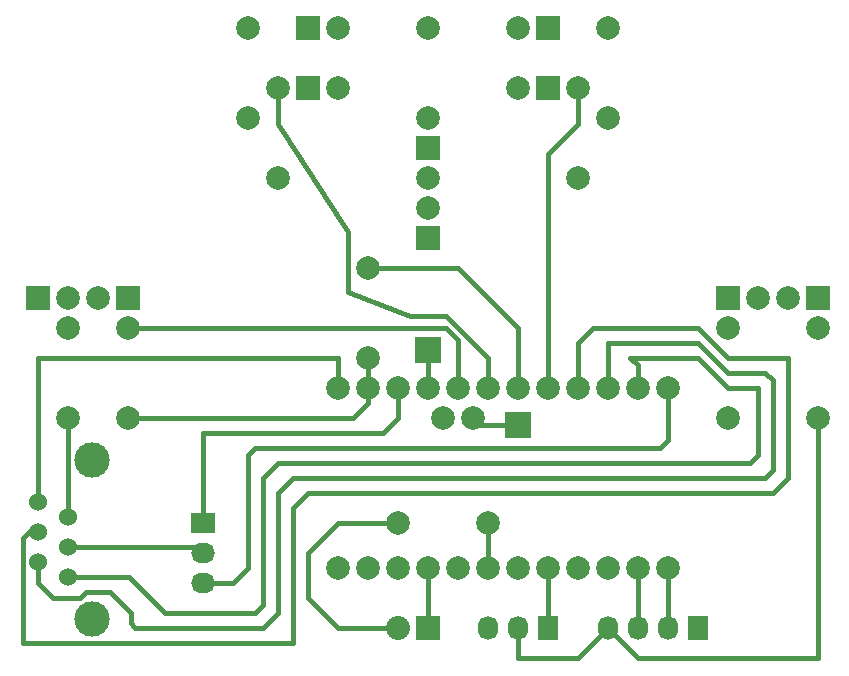
<source format=gbr>
G04 #@! TF.FileFunction,Copper,L1,Top,Signal*
%FSLAX46Y46*%
G04 Gerber Fmt 4.6, Leading zero omitted, Abs format (unit mm)*
G04 Created by KiCad (PCBNEW 4.0.2+dfsg1-stable) date Пят 24 Чэр 2016 17:08:27*
%MOMM*%
G01*
G04 APERTURE LIST*
%ADD10C,0.100000*%
%ADD11R,2.000000X2.000000*%
%ADD12C,2.000000*%
%ADD13C,1.524000*%
%ADD14C,2.999740*%
%ADD15R,2.032000X2.032000*%
%ADD16O,2.032000X2.032000*%
%ADD17R,1.727200X2.032000*%
%ADD18O,1.727200X2.032000*%
%ADD19C,1.998980*%
%ADD20R,2.032000X1.727200*%
%ADD21O,2.032000X1.727200*%
%ADD22R,2.235200X2.235200*%
%ADD23C,0.400000*%
G04 APERTURE END LIST*
D10*
D11*
X157480000Y-106680000D03*
D12*
X154940000Y-106680000D03*
D11*
X157480000Y-111760000D03*
D12*
X154940000Y-111760000D03*
D11*
X137160000Y-106680000D03*
D12*
X139700000Y-106680000D03*
D11*
X137160000Y-111760000D03*
D12*
X139700000Y-111760000D03*
D11*
X147320000Y-116840000D03*
D12*
X147320000Y-119380000D03*
D11*
X147320000Y-124460000D03*
D12*
X147320000Y-121920000D03*
D11*
X114300000Y-129540000D03*
D12*
X116840000Y-129540000D03*
D11*
X121920000Y-129540000D03*
D12*
X119380000Y-129540000D03*
D11*
X180340000Y-129540000D03*
D12*
X177800000Y-129540000D03*
D11*
X172720000Y-129540000D03*
D12*
X175260000Y-129540000D03*
D13*
X114300000Y-149352000D03*
X114300000Y-151892000D03*
X114300000Y-146812000D03*
X116840000Y-153162000D03*
X116840000Y-150622000D03*
X116840000Y-148082000D03*
D14*
X118872000Y-143256000D03*
X118872000Y-156718000D03*
D15*
X147320000Y-157480000D03*
D16*
X144780000Y-157480000D03*
D17*
X170180000Y-157480000D03*
D18*
X167640000Y-157480000D03*
X165100000Y-157480000D03*
X162560000Y-157480000D03*
D17*
X157480000Y-157480000D03*
D18*
X154940000Y-157480000D03*
X152400000Y-157480000D03*
D19*
X162560000Y-106680000D03*
X162560000Y-114300000D03*
X160020000Y-111760000D03*
X160020000Y-119380000D03*
X132080000Y-106680000D03*
X132080000Y-114300000D03*
X134620000Y-111760000D03*
X134620000Y-119380000D03*
X147320000Y-114300000D03*
X147320000Y-106680000D03*
X142240000Y-127000000D03*
X142240000Y-134620000D03*
X116840000Y-132080000D03*
X116840000Y-139700000D03*
X121920000Y-132080000D03*
X121920000Y-139700000D03*
X180340000Y-132080000D03*
X180340000Y-139700000D03*
X172720000Y-132080000D03*
X172720000Y-139700000D03*
X152400000Y-148590000D03*
X144780000Y-148590000D03*
D12*
X139700000Y-137160000D03*
X142240000Y-137160000D03*
X144780000Y-137160000D03*
X147320000Y-137160000D03*
X149860000Y-137160000D03*
X160020000Y-137160000D03*
X162560000Y-137160000D03*
X165100000Y-137160000D03*
X167640000Y-137160000D03*
X148590000Y-139700000D03*
X151130000Y-139700000D03*
X160020000Y-152400000D03*
X157480000Y-152400000D03*
X154940000Y-152400000D03*
X152400000Y-152400000D03*
X149860000Y-152400000D03*
X147320000Y-152400000D03*
X144780000Y-152400000D03*
X142240000Y-152400000D03*
X139700000Y-152400000D03*
X162560000Y-152400000D03*
X165100000Y-152400000D03*
X167640000Y-152400000D03*
X152400000Y-137160000D03*
X154940000Y-137160000D03*
X157480000Y-137160000D03*
D20*
X128270000Y-148590000D03*
D21*
X128270000Y-151130000D03*
X128270000Y-153670000D03*
D22*
X147320000Y-133985000D03*
X154940000Y-140335000D03*
D23*
X157480000Y-137160000D02*
X157480000Y-117348000D01*
X160020000Y-114808000D02*
X160020000Y-111760000D01*
X157480000Y-117348000D02*
X160020000Y-114808000D01*
X134620000Y-111760000D02*
X134620000Y-114808000D01*
X152400000Y-134620000D02*
X152400000Y-137160000D01*
X148844000Y-131064000D02*
X152400000Y-134620000D01*
X145796000Y-131064000D02*
X148844000Y-131064000D01*
X140589000Y-129032000D02*
X145796000Y-131064000D01*
X140589000Y-123952000D02*
X140589000Y-129032000D01*
X134620000Y-114808000D02*
X140589000Y-123952000D01*
X142240000Y-127000000D02*
X149860000Y-127000000D01*
X154940000Y-132080000D02*
X154940000Y-137160000D01*
X149860000Y-127000000D02*
X154940000Y-132080000D01*
X121920000Y-132080000D02*
X148844000Y-132080000D01*
X149860000Y-133096000D02*
X149860000Y-137160000D01*
X148844000Y-132080000D02*
X149860000Y-133096000D01*
X113538000Y-149352000D02*
X113030000Y-149860000D01*
X113030000Y-149860000D02*
X113030000Y-158750000D01*
X113030000Y-158750000D02*
X129540000Y-158750000D01*
X129540000Y-158750000D02*
X135890000Y-158750000D01*
X135890000Y-158750000D02*
X135890000Y-147320000D01*
X135890000Y-147320000D02*
X137160000Y-146050000D01*
X137160000Y-146050000D02*
X176530000Y-146050000D01*
X176530000Y-146050000D02*
X177800000Y-144780000D01*
X177800000Y-144780000D02*
X177800000Y-134620000D01*
X177800000Y-134620000D02*
X172720000Y-134620000D01*
X172720000Y-134620000D02*
X172720000Y-134620000D01*
X172720000Y-134620000D02*
X170180000Y-132080000D01*
X170180000Y-132080000D02*
X161290000Y-132080000D01*
X161290000Y-132080000D02*
X160020000Y-133350000D01*
X160020000Y-133350000D02*
X160020000Y-137160000D01*
X114300000Y-149352000D02*
X113538000Y-149352000D01*
X122174000Y-156210000D02*
X122174000Y-157099000D01*
X162560000Y-133350000D02*
X162560000Y-137160000D01*
X170180000Y-133350000D02*
X162560000Y-133350000D01*
X172720000Y-135890000D02*
X170180000Y-133350000D01*
X175895000Y-135890000D02*
X172720000Y-135890000D01*
X176530000Y-136525000D02*
X175895000Y-135890000D01*
X176530000Y-144145000D02*
X176530000Y-136525000D01*
X175895000Y-144780000D02*
X176530000Y-144145000D01*
X135890000Y-144780000D02*
X175895000Y-144780000D01*
X134620000Y-146050000D02*
X135890000Y-144780000D01*
X134620000Y-156210000D02*
X134620000Y-146050000D01*
X133350000Y-157480000D02*
X134620000Y-156210000D01*
X122555000Y-157480000D02*
X133350000Y-157480000D01*
X122174000Y-157099000D02*
X122555000Y-157480000D01*
X114300000Y-151892000D02*
X114300000Y-153670000D01*
X122174000Y-156210000D02*
X122174000Y-156464000D01*
X120396000Y-154432000D02*
X122174000Y-156210000D01*
X118364000Y-154432000D02*
X120396000Y-154432000D01*
X117856000Y-154940000D02*
X118364000Y-154432000D01*
X115570000Y-154940000D02*
X117856000Y-154940000D01*
X114300000Y-153670000D02*
X115570000Y-154940000D01*
X114300000Y-146812000D02*
X114300000Y-134620000D01*
X139700000Y-134620000D02*
X139700000Y-137160000D01*
X114300000Y-134620000D02*
X139700000Y-134620000D01*
X116840000Y-153162000D02*
X122047000Y-153162000D01*
X165100000Y-135255000D02*
X165100000Y-137160000D01*
X164465000Y-134620000D02*
X165100000Y-135255000D01*
X170180000Y-134620000D02*
X164465000Y-134620000D01*
X172720000Y-137160000D02*
X170180000Y-134620000D01*
X172720000Y-137160000D02*
X172720000Y-137160000D01*
X175260000Y-137160000D02*
X172720000Y-137160000D01*
X175260000Y-142875000D02*
X175260000Y-137160000D01*
X174625000Y-143510000D02*
X175260000Y-142875000D01*
X134620000Y-143510000D02*
X174625000Y-143510000D01*
X133350000Y-144780000D02*
X134620000Y-143510000D01*
X133350000Y-155575000D02*
X133350000Y-144780000D01*
X132715000Y-156210000D02*
X133350000Y-155575000D01*
X125095000Y-156210000D02*
X132715000Y-156210000D01*
X122047000Y-153162000D02*
X125095000Y-156210000D01*
X116840000Y-150622000D02*
X127762000Y-150622000D01*
X127762000Y-150622000D02*
X128270000Y-151130000D01*
X142240000Y-137160000D02*
X142240000Y-134620000D01*
X162560000Y-157480000D02*
X165100000Y-160020000D01*
X180340000Y-139700000D02*
X180340000Y-139700000D01*
X180340000Y-160020000D02*
X180340000Y-139700000D01*
X165100000Y-160020000D02*
X180340000Y-160020000D01*
X162560000Y-157480000D02*
X160020000Y-160020000D01*
X154940000Y-160020000D02*
X154940000Y-157480000D01*
X160020000Y-160020000D02*
X154940000Y-160020000D01*
X121920000Y-139700000D02*
X140970000Y-139700000D01*
X142240000Y-138430000D02*
X142240000Y-137160000D01*
X140970000Y-139700000D02*
X142240000Y-138430000D01*
X116840000Y-148082000D02*
X116840000Y-139700000D01*
X142240000Y-137160000D02*
X142240000Y-136652000D01*
X147320000Y-157480000D02*
X147320000Y-152400000D01*
X144780000Y-148590000D02*
X139700000Y-148590000D01*
X139700000Y-157480000D02*
X144780000Y-157480000D01*
X137160000Y-154940000D02*
X139700000Y-157480000D01*
X137160000Y-151130000D02*
X137160000Y-154940000D01*
X139700000Y-148590000D02*
X137160000Y-151130000D01*
X167640000Y-157480000D02*
X167640000Y-152400000D01*
X165100000Y-152400000D02*
X165100000Y-157480000D01*
X157480000Y-157480000D02*
X157480000Y-152400000D01*
X152400000Y-148590000D02*
X152400000Y-152400000D01*
X128270000Y-148590000D02*
X128270000Y-140970000D01*
X144780000Y-139700000D02*
X144780000Y-137160000D01*
X143510000Y-140970000D02*
X144780000Y-139700000D01*
X128270000Y-140970000D02*
X143510000Y-140970000D01*
X128270000Y-153670000D02*
X130810000Y-153670000D01*
X167640000Y-141605000D02*
X167640000Y-137160000D01*
X167005000Y-142240000D02*
X167640000Y-141605000D01*
X132715000Y-142240000D02*
X167005000Y-142240000D01*
X132080000Y-142875000D02*
X132715000Y-142240000D01*
X132080000Y-152400000D02*
X132080000Y-142875000D01*
X130810000Y-153670000D02*
X132080000Y-152400000D01*
X147320000Y-137160000D02*
X147320000Y-133985000D01*
X154940000Y-140335000D02*
X151765000Y-140335000D01*
X151765000Y-140335000D02*
X151130000Y-139700000D01*
M02*

</source>
